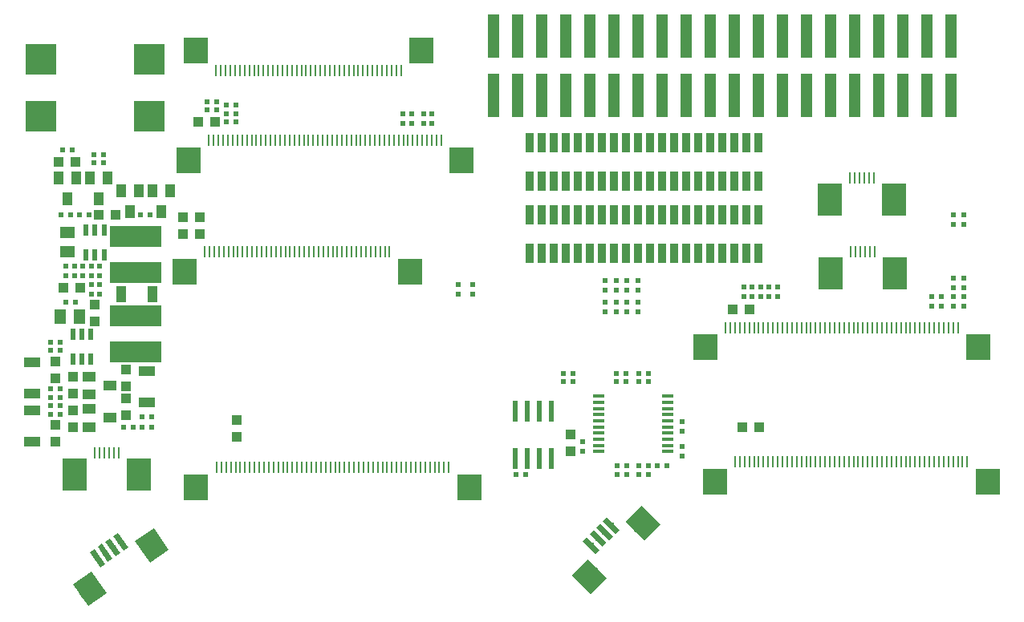
<source format=gbr>
G04 #@! TF.GenerationSoftware,KiCad,Pcbnew,5.0.0-rc2-unknown-4959f91~65~ubuntu16.04.1*
G04 #@! TF.CreationDate,2018-06-18T15:39:28+03:00*
G04 #@! TF.ProjectId,LCD-DRIVER_Rev_B,4C43442D4452495645525F5265765F42,B*
G04 #@! TF.SameCoordinates,Original*
G04 #@! TF.FileFunction,Paste,Bot*
G04 #@! TF.FilePolarity,Positive*
%FSLAX46Y46*%
G04 Gerber Fmt 4.6, Leading zero omitted, Abs format (unit mm)*
G04 Created by KiCad (PCBNEW 5.0.0-rc2-unknown-4959f91~65~ubuntu16.04.1) date Mon Jun 18 15:39:28 2018*
%MOMM*%
%LPD*%
G01*
G04 APERTURE LIST*
%ADD10R,1.300000X4.550000*%
%ADD11R,3.254000X3.254000*%
%ADD12R,0.900000X2.000000*%
%ADD13R,0.500000X0.550000*%
%ADD14R,2.600000X2.800000*%
%ADD15R,0.230000X1.280000*%
%ADD16R,1.016000X1.016000*%
%ADD17R,0.550000X0.500000*%
%ADD18R,1.524000X1.270000*%
%ADD19R,1.270000X1.524000*%
%ADD20R,1.700000X1.000000*%
%ADD21R,1.000000X1.400000*%
%ADD22R,1.400000X1.000000*%
%ADD23R,1.000000X1.700000*%
%ADD24R,5.400000X2.200000*%
%ADD25R,2.600000X3.400000*%
%ADD26C,2.400000*%
%ADD27C,0.200000*%
%ADD28C,0.601600*%
%ADD29R,1.270000X0.325000*%
%ADD30R,0.600000X2.200000*%
%ADD31R,0.550000X1.200000*%
G04 APERTURE END LIST*
D10*
G04 #@! TO.C,LCD_CON1*
X168275000Y-69800000D03*
X168275000Y-63550000D03*
X165735000Y-69800000D03*
X165735000Y-63550000D03*
X163195000Y-69800000D03*
X163195000Y-63550000D03*
X160655000Y-69800000D03*
X160655000Y-63550000D03*
X158115000Y-69800000D03*
X158115000Y-63550000D03*
X155575000Y-69800000D03*
X155575000Y-63550000D03*
X153035000Y-69800000D03*
X153035000Y-63550000D03*
X150495000Y-69800000D03*
X150495000Y-63550000D03*
X147955000Y-69800000D03*
X147955000Y-63550000D03*
X145415000Y-69800000D03*
X145415000Y-63550000D03*
X142875000Y-69800000D03*
X142875000Y-63550000D03*
X140335000Y-69800000D03*
X140335000Y-63550000D03*
X137795000Y-69800000D03*
X137795000Y-63550000D03*
X135255000Y-69800000D03*
X135255000Y-63550000D03*
X132715000Y-69800000D03*
X132715000Y-63550000D03*
X130175000Y-69800000D03*
X130175000Y-63550000D03*
X127635000Y-69800000D03*
X127635000Y-63550000D03*
X125095000Y-69800000D03*
X125095000Y-63550000D03*
X122555000Y-69800000D03*
X122555000Y-63550000D03*
X120015000Y-69800000D03*
X120015000Y-63550000D03*
G04 #@! TD*
D11*
G04 #@! TO.C,PWR_JACK1*
X83728000Y-66026000D03*
X83728000Y-72026000D03*
X72228000Y-66026000D03*
X72228000Y-72026000D03*
G04 #@! TD*
D12*
G04 #@! TO.C,LCD_Lime1*
X135255000Y-74803000D03*
X135255000Y-78867000D03*
X133985000Y-74803000D03*
X133985000Y-78867000D03*
X132715000Y-74803000D03*
X132715000Y-78867000D03*
X131445000Y-74803000D03*
X131445000Y-78867000D03*
X130175000Y-74803000D03*
X130175000Y-78867000D03*
X128905000Y-74803000D03*
X128905000Y-78867000D03*
X127635000Y-74803000D03*
X127635000Y-78867000D03*
X126365000Y-74803000D03*
X126365000Y-78867000D03*
X125095000Y-74803000D03*
X125095000Y-78867000D03*
X123825000Y-74803000D03*
X123825000Y-78867000D03*
X136525000Y-78867000D03*
X136525000Y-74803000D03*
X137795000Y-78867000D03*
X137795000Y-74803000D03*
X139065000Y-78867000D03*
X139065000Y-74803000D03*
X140335000Y-78867000D03*
X140335000Y-74803000D03*
X141605000Y-78867000D03*
X141605000Y-74803000D03*
X142875000Y-78867000D03*
X142875000Y-74803000D03*
X144145000Y-78867000D03*
X144145000Y-74803000D03*
X145415000Y-78867000D03*
X145415000Y-74803000D03*
X146685000Y-78867000D03*
X146685000Y-74803000D03*
X147955000Y-78867000D03*
X147955000Y-74803000D03*
G04 #@! TD*
D13*
G04 #@! TO.C,R15*
X82042000Y-104902000D03*
X81026000Y-104902000D03*
G04 #@! TD*
D12*
G04 #@! TO.C,LCD_Lime2*
X135255000Y-86487000D03*
X135255000Y-82423000D03*
X133985000Y-86487000D03*
X133985000Y-82423000D03*
X132715000Y-86487000D03*
X132715000Y-82423000D03*
X131445000Y-86487000D03*
X131445000Y-82423000D03*
X130175000Y-86487000D03*
X130175000Y-82423000D03*
X128905000Y-86487000D03*
X128905000Y-82423000D03*
X127635000Y-86487000D03*
X127635000Y-82423000D03*
X126365000Y-86487000D03*
X126365000Y-82423000D03*
X125095000Y-86487000D03*
X125095000Y-82423000D03*
X123825000Y-86487000D03*
X123825000Y-82423000D03*
X136525000Y-82423000D03*
X136525000Y-86487000D03*
X137795000Y-82423000D03*
X137795000Y-86487000D03*
X139065000Y-82423000D03*
X139065000Y-86487000D03*
X140335000Y-82423000D03*
X140335000Y-86487000D03*
X141605000Y-82423000D03*
X141605000Y-86487000D03*
X142875000Y-82423000D03*
X142875000Y-86487000D03*
X144145000Y-82423000D03*
X144145000Y-86487000D03*
X145415000Y-82423000D03*
X145415000Y-86487000D03*
X146685000Y-82423000D03*
X146685000Y-86487000D03*
X147955000Y-82423000D03*
X147955000Y-86487000D03*
G04 #@! TD*
D14*
G04 #@! TO.C,LCD-4\002C3in_DISP1*
X111200000Y-88450000D03*
X87400000Y-88450000D03*
D15*
X109050000Y-86350000D03*
X108550000Y-86350000D03*
X108050000Y-86350000D03*
X107550000Y-86350000D03*
X107050000Y-86350000D03*
X106550000Y-86350000D03*
X106050000Y-86350000D03*
X105550000Y-86350000D03*
X105050000Y-86350000D03*
X104550000Y-86350000D03*
X104050000Y-86350000D03*
X103550000Y-86350000D03*
X103050000Y-86350000D03*
X102550000Y-86350000D03*
X102050000Y-86350000D03*
X101550000Y-86350000D03*
X101050000Y-86350000D03*
X100550000Y-86350000D03*
X100050000Y-86350000D03*
X99550000Y-86350000D03*
X99050000Y-86350000D03*
X98550000Y-86350000D03*
X98050000Y-86350000D03*
X97550000Y-86350000D03*
X97050000Y-86350000D03*
X96550000Y-86350000D03*
X96050000Y-86350000D03*
X95550000Y-86350000D03*
X95050000Y-86350000D03*
X94550000Y-86350000D03*
X94050000Y-86350000D03*
X93550000Y-86350000D03*
X93050000Y-86350000D03*
X92550000Y-86350000D03*
X92050000Y-86350000D03*
X91550000Y-86350000D03*
X91050000Y-86350000D03*
X90550000Y-86350000D03*
X90050000Y-86350000D03*
X89550000Y-86350000D03*
G04 #@! TD*
D16*
G04 #@! TO.C,C1*
X88900000Y-72644000D03*
X90678000Y-72644000D03*
G04 #@! TD*
G04 #@! TO.C,C3*
X87249000Y-84455000D03*
X89027000Y-84455000D03*
G04 #@! TD*
D17*
G04 #@! TO.C,C4*
X110490000Y-72771000D03*
X110490000Y-71755000D03*
G04 #@! TD*
D16*
G04 #@! TO.C,C5*
X87249000Y-82677000D03*
X89027000Y-82677000D03*
G04 #@! TD*
D13*
G04 #@! TO.C,C6*
X83947000Y-104902000D03*
X82931000Y-104902000D03*
G04 #@! TD*
D16*
G04 #@! TO.C,C7*
X145288000Y-92456000D03*
X147066000Y-92456000D03*
G04 #@! TD*
D17*
G04 #@! TO.C,C9*
X166243000Y-92075000D03*
X166243000Y-91059000D03*
G04 #@! TD*
G04 #@! TO.C,C10*
X129413000Y-107442000D03*
X129413000Y-106426000D03*
G04 #@! TD*
D16*
G04 #@! TO.C,C11*
X128143000Y-105664000D03*
X128143000Y-107442000D03*
G04 #@! TD*
D17*
G04 #@! TO.C,C12*
X139954000Y-106934000D03*
X139954000Y-107950000D03*
G04 #@! TD*
G04 #@! TO.C,C13*
X139954000Y-104267000D03*
X139954000Y-105283000D03*
G04 #@! TD*
D13*
G04 #@! TO.C,C14*
X77851000Y-76962000D03*
X78867000Y-76962000D03*
G04 #@! TD*
D16*
G04 #@! TO.C,C15*
X73787000Y-104648000D03*
X73787000Y-106426000D03*
G04 #@! TD*
D18*
G04 #@! TO.C,C16*
X75057000Y-84328000D03*
X75057000Y-86360000D03*
G04 #@! TD*
D13*
G04 #@! TO.C,C17*
X123444000Y-109855000D03*
X122428000Y-109855000D03*
G04 #@! TD*
D16*
G04 #@! TO.C,C18*
X75692000Y-103124000D03*
X75692000Y-104902000D03*
G04 #@! TD*
D19*
G04 #@! TO.C,C19*
X74295000Y-93218000D03*
X76327000Y-93218000D03*
G04 #@! TD*
D16*
G04 #@! TO.C,C20*
X74168000Y-76835000D03*
X75946000Y-76835000D03*
G04 #@! TD*
G04 #@! TO.C,C21*
X74676000Y-90170000D03*
X76454000Y-90170000D03*
G04 #@! TD*
G04 #@! TO.C,C22*
X81280000Y-101854000D03*
X81280000Y-103632000D03*
G04 #@! TD*
G04 #@! TO.C,C23*
X81280000Y-100584000D03*
X81280000Y-98806000D03*
G04 #@! TD*
G04 #@! TO.C,C24*
X75692000Y-101346000D03*
X75692000Y-99568000D03*
G04 #@! TD*
G04 #@! TO.C,C25*
X80137000Y-82423000D03*
X78359000Y-82423000D03*
G04 #@! TD*
G04 #@! TO.C,C26*
X73787000Y-99695000D03*
X73787000Y-97917000D03*
G04 #@! TD*
G04 #@! TO.C,C27*
X77978000Y-91948000D03*
X77978000Y-93726000D03*
G04 #@! TD*
D20*
G04 #@! TO.C,D1*
X83439000Y-102234000D03*
X83439000Y-98934000D03*
G04 #@! TD*
D21*
G04 #@! TO.C,D2*
X81661000Y-82126000D03*
X82611000Y-79926000D03*
X80711000Y-79926000D03*
G04 #@! TD*
D20*
G04 #@! TO.C,D3*
X71374000Y-103125000D03*
X71374000Y-106425000D03*
G04 #@! TD*
D22*
G04 #@! TO.C,D4*
X79586000Y-103886000D03*
X77386000Y-102936000D03*
X77386000Y-104836000D03*
G04 #@! TD*
D23*
G04 #@! TO.C,D5*
X80773000Y-90805000D03*
X84073000Y-90805000D03*
G04 #@! TD*
D22*
G04 #@! TO.C,D6*
X79586000Y-100457000D03*
X77386000Y-99507000D03*
X77386000Y-101407000D03*
G04 #@! TD*
D20*
G04 #@! TO.C,D7*
X71374000Y-98045000D03*
X71374000Y-101345000D03*
G04 #@! TD*
D21*
G04 #@! TO.C,FET1*
X77409040Y-78521560D03*
X79311500Y-78521560D03*
X78356460Y-80731360D03*
G04 #@! TD*
G04 #@! TO.C,FET2*
X74107040Y-78521560D03*
X76009500Y-78521560D03*
X75054460Y-80731360D03*
G04 #@! TD*
D24*
G04 #@! TO.C,L1*
X82296000Y-84714000D03*
X82296000Y-88514000D03*
G04 #@! TD*
G04 #@! TO.C,L2*
X82296000Y-93096000D03*
X82296000Y-96896000D03*
G04 #@! TD*
D25*
G04 #@! TO.C,LCD-5in_CTP1*
X155550000Y-88650000D03*
D15*
X160200000Y-86350000D03*
X159700000Y-86350000D03*
X159200000Y-86350000D03*
X158700000Y-86350000D03*
X158200000Y-86350000D03*
X157700000Y-86350000D03*
D25*
X162350000Y-88650000D03*
G04 #@! TD*
D14*
G04 #@! TO.C,LCD-5in_DISP1*
X111200000Y-88450000D03*
X87400000Y-88450000D03*
D15*
X109050000Y-86350000D03*
X108550000Y-86350000D03*
X108050000Y-86350000D03*
X107550000Y-86350000D03*
X107050000Y-86350000D03*
X106550000Y-86350000D03*
X106050000Y-86350000D03*
X105550000Y-86350000D03*
X105050000Y-86350000D03*
X104550000Y-86350000D03*
X104050000Y-86350000D03*
X103550000Y-86350000D03*
X103050000Y-86350000D03*
X102550000Y-86350000D03*
X102050000Y-86350000D03*
X101550000Y-86350000D03*
X101050000Y-86350000D03*
X100550000Y-86350000D03*
X100050000Y-86350000D03*
X99550000Y-86350000D03*
X99050000Y-86350000D03*
X98550000Y-86350000D03*
X98050000Y-86350000D03*
X97550000Y-86350000D03*
X97050000Y-86350000D03*
X96550000Y-86350000D03*
X96050000Y-86350000D03*
X95550000Y-86350000D03*
X95050000Y-86350000D03*
X94550000Y-86350000D03*
X94050000Y-86350000D03*
X93550000Y-86350000D03*
X93050000Y-86350000D03*
X92550000Y-86350000D03*
X92050000Y-86350000D03*
X91550000Y-86350000D03*
X91050000Y-86350000D03*
X90550000Y-86350000D03*
X90050000Y-86350000D03*
X89550000Y-86350000D03*
G04 #@! TD*
D25*
G04 #@! TO.C,LCD-7in_CTP1*
X155500000Y-80850000D03*
D15*
X160150000Y-78550000D03*
X159650000Y-78550000D03*
X159150000Y-78550000D03*
X158650000Y-78550000D03*
X158150000Y-78550000D03*
X157650000Y-78550000D03*
D25*
X162300000Y-80850000D03*
G04 #@! TD*
D15*
G04 #@! TO.C,LCD-7in_DISP1*
X110800000Y-109150000D03*
X112300000Y-109150000D03*
X111800000Y-109150000D03*
X114300000Y-109150000D03*
X113300000Y-109150000D03*
X112800000Y-109150000D03*
X114800000Y-109150000D03*
X115300000Y-109150000D03*
X111300000Y-109150000D03*
X113800000Y-109150000D03*
D14*
X117450000Y-111250000D03*
X88650000Y-111250000D03*
D15*
X110300000Y-109150000D03*
X109800000Y-109150000D03*
X109300000Y-109150000D03*
X108800000Y-109150000D03*
X108300000Y-109150000D03*
X107800000Y-109150000D03*
X107300000Y-109150000D03*
X106800000Y-109150000D03*
X106300000Y-109150000D03*
X105800000Y-109150000D03*
X105300000Y-109150000D03*
X104800000Y-109150000D03*
X104300000Y-109150000D03*
X103800000Y-109150000D03*
X103300000Y-109150000D03*
X102800000Y-109150000D03*
X102300000Y-109150000D03*
X101800000Y-109150000D03*
X101300000Y-109150000D03*
X100800000Y-109150000D03*
X100300000Y-109150000D03*
X99800000Y-109150000D03*
X99300000Y-109150000D03*
X98800000Y-109150000D03*
X98300000Y-109150000D03*
X97800000Y-109150000D03*
X97300000Y-109150000D03*
X96800000Y-109150000D03*
X96300000Y-109150000D03*
X95800000Y-109150000D03*
X95300000Y-109150000D03*
X94800000Y-109150000D03*
X94300000Y-109150000D03*
X93800000Y-109150000D03*
X93300000Y-109150000D03*
X92800000Y-109150000D03*
X92300000Y-109150000D03*
X91800000Y-109150000D03*
X91300000Y-109150000D03*
X90800000Y-109150000D03*
G04 #@! TD*
D26*
G04 #@! TO.C,LCD-7in_RTP1*
X83985132Y-117360487D03*
D27*
G36*
X84165107Y-115525382D02*
X85771121Y-117819008D01*
X83805157Y-119195592D01*
X82199143Y-116901966D01*
X84165107Y-115525382D01*
X84165107Y-115525382D01*
G37*
D28*
X78217928Y-118713023D03*
D27*
G36*
X77918972Y-117761641D02*
X79009685Y-119319341D01*
X78516884Y-119664405D01*
X77426171Y-118106705D01*
X77918972Y-117761641D01*
X77918972Y-117761641D01*
G37*
D28*
X79037080Y-118139446D03*
D27*
G36*
X78738124Y-117188064D02*
X79828837Y-118745764D01*
X79336036Y-119090828D01*
X78245323Y-117533128D01*
X78738124Y-117188064D01*
X78738124Y-117188064D01*
G37*
D28*
X79856232Y-117565870D03*
D27*
G36*
X79557276Y-116614488D02*
X80647989Y-118172188D01*
X80155188Y-118517252D01*
X79064475Y-116959552D01*
X79557276Y-116614488D01*
X79557276Y-116614488D01*
G37*
D28*
X80675384Y-116992293D03*
D27*
G36*
X80376428Y-116040911D02*
X81467141Y-117598611D01*
X80974340Y-117943675D01*
X79883627Y-116385975D01*
X80376428Y-116040911D01*
X80376428Y-116040911D01*
G37*
D26*
X77431916Y-121949098D03*
D27*
G36*
X77611891Y-120113993D02*
X79217905Y-122407619D01*
X77251941Y-123784203D01*
X75645927Y-121490577D01*
X77611891Y-120113993D01*
X77611891Y-120113993D01*
G37*
G04 #@! TD*
D25*
G04 #@! TO.C,LCD-10\002C1in_CTP1*
X75800000Y-109900000D03*
D15*
X80450000Y-107600000D03*
X79950000Y-107600000D03*
X79450000Y-107600000D03*
X78950000Y-107600000D03*
X78450000Y-107600000D03*
X77950000Y-107600000D03*
D25*
X82600000Y-109900000D03*
G04 #@! TD*
D15*
G04 #@! TO.C,LCD-10\002C1in_DISP1*
X164500000Y-94350000D03*
X166000000Y-94350000D03*
X165500000Y-94350000D03*
X168000000Y-94350000D03*
X167000000Y-94350000D03*
X166500000Y-94350000D03*
X168500000Y-94350000D03*
X169000000Y-94350000D03*
X165000000Y-94350000D03*
X167500000Y-94350000D03*
D14*
X171150000Y-96450000D03*
X142350000Y-96450000D03*
D15*
X164000000Y-94350000D03*
X163500000Y-94350000D03*
X163000000Y-94350000D03*
X162500000Y-94350000D03*
X162000000Y-94350000D03*
X161500000Y-94350000D03*
X161000000Y-94350000D03*
X160500000Y-94350000D03*
X160000000Y-94350000D03*
X159500000Y-94350000D03*
X159000000Y-94350000D03*
X158500000Y-94350000D03*
X158000000Y-94350000D03*
X157500000Y-94350000D03*
X157000000Y-94350000D03*
X156500000Y-94350000D03*
X156000000Y-94350000D03*
X155500000Y-94350000D03*
X155000000Y-94350000D03*
X154500000Y-94350000D03*
X154000000Y-94350000D03*
X153500000Y-94350000D03*
X153000000Y-94350000D03*
X152500000Y-94350000D03*
X152000000Y-94350000D03*
X151500000Y-94350000D03*
X151000000Y-94350000D03*
X150500000Y-94350000D03*
X150000000Y-94350000D03*
X149500000Y-94350000D03*
X149000000Y-94350000D03*
X148500000Y-94350000D03*
X148000000Y-94350000D03*
X147500000Y-94350000D03*
X147000000Y-94350000D03*
X146500000Y-94350000D03*
X146000000Y-94350000D03*
X145500000Y-94350000D03*
X145000000Y-94350000D03*
X144500000Y-94350000D03*
G04 #@! TD*
D26*
G04 #@! TO.C,LCD-10\002C1in_RTP1*
X135762742Y-115005887D03*
D27*
G36*
X135621321Y-113167409D02*
X137601220Y-115147308D01*
X135904163Y-116844365D01*
X133924264Y-114864466D01*
X135621321Y-113167409D01*
X135621321Y-113167409D01*
G37*
D28*
X130318019Y-117339340D03*
D27*
G36*
X129858400Y-116454325D02*
X131203034Y-117798959D01*
X130777638Y-118224355D01*
X129433004Y-116879721D01*
X129858400Y-116454325D01*
X129858400Y-116454325D01*
G37*
D28*
X131025126Y-116632233D03*
D27*
G36*
X130565507Y-115747218D02*
X131910141Y-117091852D01*
X131484745Y-117517248D01*
X130140111Y-116172614D01*
X130565507Y-115747218D01*
X130565507Y-115747218D01*
G37*
D28*
X131732233Y-115925126D03*
D27*
G36*
X131272614Y-115040111D02*
X132617248Y-116384745D01*
X132191852Y-116810141D01*
X130847218Y-115465507D01*
X131272614Y-115040111D01*
X131272614Y-115040111D01*
G37*
D28*
X132439340Y-115218019D03*
D27*
G36*
X131979721Y-114333004D02*
X133324355Y-115677638D01*
X132898959Y-116103034D01*
X131554325Y-114758400D01*
X131979721Y-114333004D01*
X131979721Y-114333004D01*
G37*
D26*
X130105887Y-120662742D03*
D27*
G36*
X129964466Y-118824264D02*
X131944365Y-120804163D01*
X130247308Y-122501220D01*
X128267409Y-120521321D01*
X129964466Y-118824264D01*
X129964466Y-118824264D01*
G37*
G04 #@! TD*
D13*
G04 #@! TO.C,R1*
X92837000Y-72644000D03*
X91821000Y-72644000D03*
G04 #@! TD*
G04 #@! TO.C,R2*
X92837000Y-71755000D03*
X91821000Y-71755000D03*
G04 #@! TD*
G04 #@! TO.C,R3*
X92837000Y-70866000D03*
X91821000Y-70866000D03*
G04 #@! TD*
G04 #@! TO.C,R4*
X89789000Y-70485000D03*
X90805000Y-70485000D03*
G04 #@! TD*
G04 #@! TO.C,R5*
X89789000Y-71374000D03*
X90805000Y-71374000D03*
G04 #@! TD*
D17*
G04 #@! TO.C,R6*
X111379000Y-72771000D03*
X111379000Y-71755000D03*
G04 #@! TD*
G04 #@! TO.C,R7*
X112649000Y-72771000D03*
X112649000Y-71755000D03*
G04 #@! TD*
G04 #@! TO.C,R8*
X113538000Y-72771000D03*
X113538000Y-71755000D03*
G04 #@! TD*
G04 #@! TO.C,R9*
X117856000Y-90805000D03*
X117856000Y-89789000D03*
G04 #@! TD*
G04 #@! TO.C,R10*
X116332000Y-90805000D03*
X116332000Y-89789000D03*
G04 #@! TD*
G04 #@! TO.C,R11*
X169672000Y-83439000D03*
X169672000Y-82423000D03*
G04 #@! TD*
G04 #@! TO.C,R12*
X168529000Y-82423000D03*
X168529000Y-83439000D03*
G04 #@! TD*
G04 #@! TO.C,R13*
X169672000Y-90170000D03*
X169672000Y-89154000D03*
G04 #@! TD*
G04 #@! TO.C,R14*
X168529000Y-89154000D03*
X168529000Y-90170000D03*
G04 #@! TD*
D13*
G04 #@! TO.C,R16*
X82931000Y-103759000D03*
X83947000Y-103759000D03*
G04 #@! TD*
D17*
G04 #@! TO.C,R17*
X146431000Y-91059000D03*
X146431000Y-90043000D03*
G04 #@! TD*
G04 #@! TO.C,R18*
X147320000Y-91059000D03*
X147320000Y-90043000D03*
G04 #@! TD*
G04 #@! TO.C,R19*
X148209000Y-91059000D03*
X148209000Y-90043000D03*
G04 #@! TD*
G04 #@! TO.C,R20*
X149098000Y-91059000D03*
X149098000Y-90043000D03*
G04 #@! TD*
G04 #@! TO.C,R21*
X149987000Y-91059000D03*
X149987000Y-90043000D03*
G04 #@! TD*
G04 #@! TO.C,R22*
X167259000Y-92075000D03*
X167259000Y-91059000D03*
G04 #@! TD*
G04 #@! TO.C,R23*
X169672000Y-92075000D03*
X169672000Y-91059000D03*
G04 #@! TD*
G04 #@! TO.C,R24*
X168529000Y-92075000D03*
X168529000Y-91059000D03*
G04 #@! TD*
D13*
G04 #@! TO.C,R25*
X138303000Y-108966000D03*
X137287000Y-108966000D03*
G04 #@! TD*
G04 #@! TO.C,R26*
X132969000Y-100076000D03*
X133985000Y-100076000D03*
G04 #@! TD*
G04 #@! TO.C,R27*
X132969000Y-99187000D03*
X133985000Y-99187000D03*
G04 #@! TD*
G04 #@! TO.C,R28*
X133096000Y-109855000D03*
X134112000Y-109855000D03*
G04 #@! TD*
G04 #@! TO.C,R29*
X133096000Y-108966000D03*
X134112000Y-108966000D03*
G04 #@! TD*
G04 #@! TO.C,R30*
X136398000Y-108966000D03*
X135382000Y-108966000D03*
G04 #@! TD*
G04 #@! TO.C,R31*
X136398000Y-109855000D03*
X135382000Y-109855000D03*
G04 #@! TD*
G04 #@! TO.C,R32*
X136398000Y-99187000D03*
X135382000Y-99187000D03*
G04 #@! TD*
G04 #@! TO.C,R33*
X136398000Y-100076000D03*
X135382000Y-100076000D03*
G04 #@! TD*
G04 #@! TO.C,R34*
X78867000Y-76073000D03*
X77851000Y-76073000D03*
G04 #@! TD*
G04 #@! TO.C,R35*
X73279000Y-103505000D03*
X74295000Y-103505000D03*
G04 #@! TD*
G04 #@! TO.C,R36*
X82804000Y-82423000D03*
X83820000Y-82423000D03*
G04 #@! TD*
G04 #@! TO.C,R37*
X74930000Y-91694000D03*
X75946000Y-91694000D03*
G04 #@! TD*
D17*
G04 #@! TO.C,R38*
X74930000Y-88900000D03*
X74930000Y-87884000D03*
G04 #@! TD*
D13*
G04 #@! TO.C,R39*
X73279000Y-102616000D03*
X74295000Y-102616000D03*
G04 #@! TD*
D17*
G04 #@! TO.C,R40*
X75819000Y-88900000D03*
X75819000Y-87884000D03*
G04 #@! TD*
G04 #@! TO.C,R41*
X76708000Y-88900000D03*
X76708000Y-87884000D03*
G04 #@! TD*
D13*
G04 #@! TO.C,R42*
X75565000Y-75565000D03*
X74549000Y-75565000D03*
G04 #@! TD*
D17*
G04 #@! TO.C,R43*
X77597000Y-87884000D03*
X77597000Y-88900000D03*
G04 #@! TD*
D13*
G04 #@! TO.C,R44*
X73279000Y-95885000D03*
X74295000Y-95885000D03*
G04 #@! TD*
G04 #@! TO.C,R45*
X74295000Y-96774000D03*
X73279000Y-96774000D03*
G04 #@! TD*
D17*
G04 #@! TO.C,R46*
X78486000Y-88900000D03*
X78486000Y-87884000D03*
G04 #@! TD*
G04 #@! TO.C,R47*
X77597000Y-89789000D03*
X77597000Y-90805000D03*
G04 #@! TD*
D13*
G04 #@! TO.C,R48*
X76327000Y-82423000D03*
X77343000Y-82423000D03*
G04 #@! TD*
G04 #@! TO.C,R49*
X75438000Y-82423000D03*
X74422000Y-82423000D03*
G04 #@! TD*
D17*
G04 #@! TO.C,R50*
X78486000Y-90805000D03*
X78486000Y-89789000D03*
G04 #@! TD*
G04 #@! TO.C,R51*
X135255000Y-91694000D03*
X135255000Y-92710000D03*
G04 #@! TD*
G04 #@! TO.C,R52*
X135255000Y-90424000D03*
X135255000Y-89408000D03*
G04 #@! TD*
G04 #@! TO.C,R53*
X134112000Y-91694000D03*
X134112000Y-92710000D03*
G04 #@! TD*
G04 #@! TO.C,R54*
X134112000Y-90424000D03*
X134112000Y-89408000D03*
G04 #@! TD*
D13*
G04 #@! TO.C,R55*
X73279000Y-101727000D03*
X74295000Y-101727000D03*
G04 #@! TD*
D17*
G04 #@! TO.C,R56*
X132969000Y-91694000D03*
X132969000Y-92710000D03*
G04 #@! TD*
G04 #@! TO.C,R57*
X132969000Y-90424000D03*
X132969000Y-89408000D03*
G04 #@! TD*
D13*
G04 #@! TO.C,R58*
X73279000Y-100838000D03*
X74295000Y-100838000D03*
G04 #@! TD*
D17*
G04 #@! TO.C,R59*
X131826000Y-91694000D03*
X131826000Y-92710000D03*
G04 #@! TD*
G04 #@! TO.C,R60*
X131826000Y-90424000D03*
X131826000Y-89408000D03*
G04 #@! TD*
D21*
G04 #@! TO.C,T1*
X84013040Y-79918560D03*
X85915500Y-79918560D03*
X84960460Y-82128360D03*
G04 #@! TD*
D29*
G04 #@! TO.C,U1*
X131127500Y-107446000D03*
X131127500Y-106796000D03*
X131127500Y-106146000D03*
X131127500Y-105496000D03*
X131127500Y-104846000D03*
X131127500Y-104196000D03*
X131127500Y-103546000D03*
X131127500Y-102896000D03*
X131127500Y-102246000D03*
X131127500Y-101596000D03*
X138366500Y-101596000D03*
X138366500Y-102246000D03*
X138366500Y-102896000D03*
X138366500Y-103546000D03*
X138366500Y-104196000D03*
X138366500Y-104846000D03*
X138366500Y-105496000D03*
X138366500Y-106146000D03*
X138366500Y-106796000D03*
X138366500Y-107446000D03*
G04 #@! TD*
D30*
G04 #@! TO.C,U2*
X122301000Y-108164000D03*
X123571000Y-108164000D03*
X124841000Y-108164000D03*
X126111000Y-108164000D03*
X126111000Y-103164000D03*
X124841000Y-103164000D03*
X123571000Y-103164000D03*
X122301000Y-103164000D03*
G04 #@! TD*
D31*
G04 #@! TO.C,U3*
X77028000Y-86644100D03*
X77978000Y-86644100D03*
X78928000Y-86644100D03*
X78928000Y-84043900D03*
X77978000Y-84043900D03*
X77028000Y-84043900D03*
G04 #@! TD*
G04 #@! TO.C,U4*
X75631000Y-97693100D03*
X76581000Y-97693100D03*
X77531000Y-97693100D03*
X77531000Y-95092900D03*
X76581000Y-95092900D03*
X75631000Y-95092900D03*
G04 #@! TD*
D15*
G04 #@! TO.C,LCD-7in_DISP2*
X110000000Y-74550000D03*
X111500000Y-74550000D03*
X111000000Y-74550000D03*
X113500000Y-74550000D03*
X112500000Y-74550000D03*
X112000000Y-74550000D03*
X114000000Y-74550000D03*
X114500000Y-74550000D03*
X110500000Y-74550000D03*
X113000000Y-74550000D03*
D14*
X116650000Y-76650000D03*
X87850000Y-76650000D03*
D15*
X109500000Y-74550000D03*
X109000000Y-74550000D03*
X108500000Y-74550000D03*
X108000000Y-74550000D03*
X107500000Y-74550000D03*
X107000000Y-74550000D03*
X106500000Y-74550000D03*
X106000000Y-74550000D03*
X105500000Y-74550000D03*
X105000000Y-74550000D03*
X104500000Y-74550000D03*
X104000000Y-74550000D03*
X103500000Y-74550000D03*
X103000000Y-74550000D03*
X102500000Y-74550000D03*
X102000000Y-74550000D03*
X101500000Y-74550000D03*
X101000000Y-74550000D03*
X100500000Y-74550000D03*
X100000000Y-74550000D03*
X99500000Y-74550000D03*
X99000000Y-74550000D03*
X98500000Y-74550000D03*
X98000000Y-74550000D03*
X97500000Y-74550000D03*
X97000000Y-74550000D03*
X96500000Y-74550000D03*
X96000000Y-74550000D03*
X95500000Y-74550000D03*
X95000000Y-74550000D03*
X94500000Y-74550000D03*
X94000000Y-74550000D03*
X93500000Y-74550000D03*
X93000000Y-74550000D03*
X92500000Y-74550000D03*
X92000000Y-74550000D03*
X91500000Y-74550000D03*
X91000000Y-74550000D03*
X90500000Y-74550000D03*
X90000000Y-74550000D03*
G04 #@! TD*
G04 #@! TO.C,LCD-10\002C1in_DISP2*
X165500000Y-108550000D03*
X167000000Y-108550000D03*
X166500000Y-108550000D03*
X169000000Y-108550000D03*
X168000000Y-108550000D03*
X167500000Y-108550000D03*
X169500000Y-108550000D03*
X170000000Y-108550000D03*
X166000000Y-108550000D03*
X168500000Y-108550000D03*
D14*
X172150000Y-110650000D03*
X143350000Y-110650000D03*
D15*
X165000000Y-108550000D03*
X164500000Y-108550000D03*
X164000000Y-108550000D03*
X163500000Y-108550000D03*
X163000000Y-108550000D03*
X162500000Y-108550000D03*
X162000000Y-108550000D03*
X161500000Y-108550000D03*
X161000000Y-108550000D03*
X160500000Y-108550000D03*
X160000000Y-108550000D03*
X159500000Y-108550000D03*
X159000000Y-108550000D03*
X158500000Y-108550000D03*
X158000000Y-108550000D03*
X157500000Y-108550000D03*
X157000000Y-108550000D03*
X156500000Y-108550000D03*
X156000000Y-108550000D03*
X155500000Y-108550000D03*
X155000000Y-108550000D03*
X154500000Y-108550000D03*
X154000000Y-108550000D03*
X153500000Y-108550000D03*
X153000000Y-108550000D03*
X152500000Y-108550000D03*
X152000000Y-108550000D03*
X151500000Y-108550000D03*
X151000000Y-108550000D03*
X150500000Y-108550000D03*
X150000000Y-108550000D03*
X149500000Y-108550000D03*
X149000000Y-108550000D03*
X148500000Y-108550000D03*
X148000000Y-108550000D03*
X147500000Y-108550000D03*
X147000000Y-108550000D03*
X146500000Y-108550000D03*
X146000000Y-108550000D03*
X145500000Y-108550000D03*
G04 #@! TD*
D14*
G04 #@! TO.C,LCD_FLAT_CON1*
X88600000Y-65066000D03*
X112400000Y-65066000D03*
D15*
X90750000Y-67166000D03*
X91250000Y-67166000D03*
X91750000Y-67166000D03*
X92250000Y-67166000D03*
X92750000Y-67166000D03*
X93250000Y-67166000D03*
X93750000Y-67166000D03*
X94250000Y-67166000D03*
X94750000Y-67166000D03*
X95250000Y-67166000D03*
X95750000Y-67166000D03*
X96250000Y-67166000D03*
X96750000Y-67166000D03*
X97250000Y-67166000D03*
X97750000Y-67166000D03*
X98250000Y-67166000D03*
X98750000Y-67166000D03*
X99250000Y-67166000D03*
X99750000Y-67166000D03*
X100250000Y-67166000D03*
X100750000Y-67166000D03*
X101250000Y-67166000D03*
X101750000Y-67166000D03*
X102250000Y-67166000D03*
X102750000Y-67166000D03*
X103250000Y-67166000D03*
X103750000Y-67166000D03*
X104250000Y-67166000D03*
X104750000Y-67166000D03*
X105250000Y-67166000D03*
X105750000Y-67166000D03*
X106250000Y-67166000D03*
X106750000Y-67166000D03*
X107250000Y-67166000D03*
X107750000Y-67166000D03*
X108250000Y-67166000D03*
X108750000Y-67166000D03*
X109250000Y-67166000D03*
X109750000Y-67166000D03*
X110250000Y-67166000D03*
G04 #@! TD*
D16*
G04 #@! TO.C,C2*
X92964000Y-104140000D03*
X92964000Y-105918000D03*
G04 #@! TD*
G04 #@! TO.C,C8*
X146304000Y-104902000D03*
X148082000Y-104902000D03*
G04 #@! TD*
D13*
G04 #@! TO.C,R61*
X128397000Y-100076000D03*
X127381000Y-100076000D03*
G04 #@! TD*
G04 #@! TO.C,R62*
X128397000Y-99187000D03*
X127381000Y-99187000D03*
G04 #@! TD*
M02*

</source>
